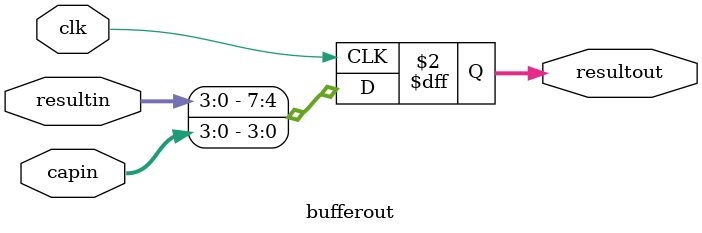
<source format=v>
module bufferout(
  input         clk,
  input [127:0]  resultin,
  input [127:0]  capin,
  output reg [7:0] resultout
  );

  always @(posedge clk)
  begin
    resultout <= {resultin[3:0],capin[3:0]};
  end
endmodule
</source>
